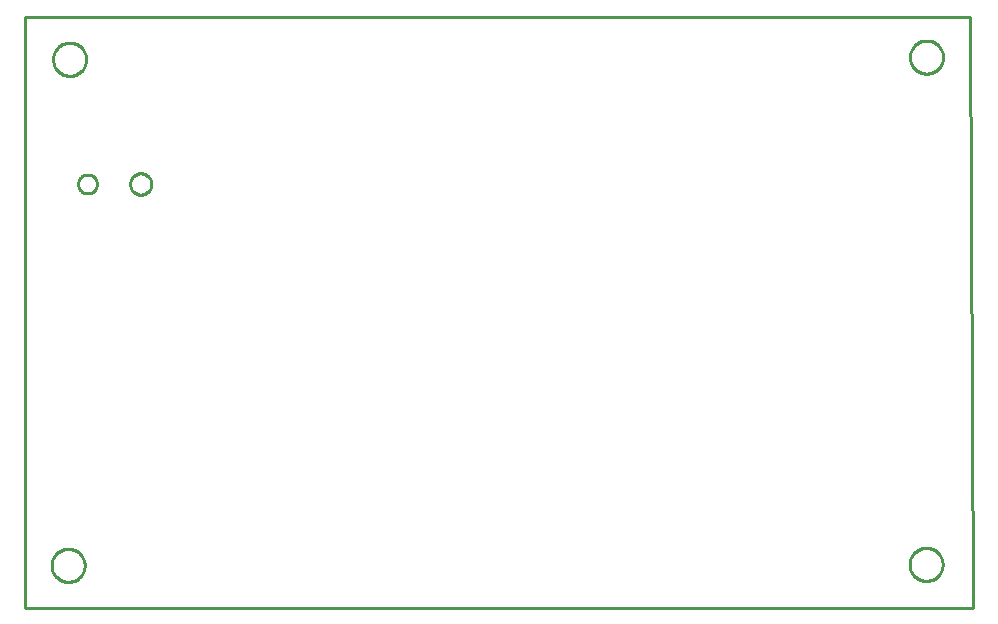
<source format=gbr>
G04 EAGLE Gerber RS-274X export*
G75*
%MOMM*%
%FSLAX34Y34*%
%LPD*%
%IN*%
%IPPOS*%
%AMOC8*
5,1,8,0,0,1.08239X$1,22.5*%
G01*
%ADD10C,0.254000*%


D10*
X0Y0D02*
X802640Y0D01*
X800100Y500380D01*
X0Y500380D01*
X0Y0D01*
X51592Y463812D02*
X51521Y462815D01*
X51378Y461825D01*
X51166Y460848D01*
X50884Y459888D01*
X50535Y458951D01*
X50119Y458041D01*
X49640Y457164D01*
X49099Y456322D01*
X48500Y455522D01*
X47845Y454766D01*
X47138Y454059D01*
X46382Y453404D01*
X45582Y452805D01*
X44740Y452264D01*
X43863Y451785D01*
X42953Y451369D01*
X42016Y451020D01*
X41057Y450738D01*
X40079Y450526D01*
X39090Y450383D01*
X38092Y450312D01*
X37092Y450312D01*
X36095Y450383D01*
X35105Y450526D01*
X34128Y450738D01*
X33168Y451020D01*
X32231Y451369D01*
X31321Y451785D01*
X30444Y452264D01*
X29602Y452805D01*
X28802Y453404D01*
X28046Y454059D01*
X27339Y454766D01*
X26684Y455522D01*
X26085Y456322D01*
X25544Y457164D01*
X25065Y458041D01*
X24649Y458951D01*
X24300Y459888D01*
X24018Y460848D01*
X23806Y461825D01*
X23663Y462815D01*
X23592Y463812D01*
X23592Y464812D01*
X23663Y465810D01*
X23806Y466799D01*
X24018Y467777D01*
X24300Y468736D01*
X24649Y469673D01*
X25065Y470583D01*
X25544Y471460D01*
X26085Y472302D01*
X26684Y473102D01*
X27339Y473858D01*
X28046Y474565D01*
X28802Y475220D01*
X29602Y475819D01*
X30444Y476360D01*
X31321Y476839D01*
X32231Y477255D01*
X33168Y477604D01*
X34128Y477886D01*
X35105Y478098D01*
X36095Y478241D01*
X37092Y478312D01*
X38092Y478312D01*
X39090Y478241D01*
X40079Y478098D01*
X41057Y477886D01*
X42016Y477604D01*
X42953Y477255D01*
X43863Y476839D01*
X44740Y476360D01*
X45582Y475819D01*
X46382Y475220D01*
X47138Y474565D01*
X47845Y473858D01*
X48500Y473102D01*
X49099Y472302D01*
X49640Y471460D01*
X50119Y470583D01*
X50535Y469673D01*
X50884Y468736D01*
X51166Y467777D01*
X51378Y466799D01*
X51521Y465810D01*
X51592Y464812D01*
X51592Y463812D01*
X777016Y465590D02*
X776945Y464593D01*
X776802Y463603D01*
X776590Y462626D01*
X776308Y461666D01*
X775959Y460729D01*
X775543Y459819D01*
X775064Y458942D01*
X774523Y458100D01*
X773924Y457300D01*
X773269Y456544D01*
X772562Y455837D01*
X771806Y455182D01*
X771006Y454583D01*
X770164Y454042D01*
X769287Y453563D01*
X768377Y453147D01*
X767440Y452798D01*
X766481Y452516D01*
X765503Y452304D01*
X764514Y452161D01*
X763516Y452090D01*
X762516Y452090D01*
X761519Y452161D01*
X760529Y452304D01*
X759552Y452516D01*
X758592Y452798D01*
X757655Y453147D01*
X756745Y453563D01*
X755868Y454042D01*
X755026Y454583D01*
X754226Y455182D01*
X753470Y455837D01*
X752763Y456544D01*
X752108Y457300D01*
X751509Y458100D01*
X750968Y458942D01*
X750489Y459819D01*
X750073Y460729D01*
X749724Y461666D01*
X749442Y462626D01*
X749230Y463603D01*
X749087Y464593D01*
X749016Y465590D01*
X749016Y466590D01*
X749087Y467588D01*
X749230Y468577D01*
X749442Y469555D01*
X749724Y470514D01*
X750073Y471451D01*
X750489Y472361D01*
X750968Y473238D01*
X751509Y474080D01*
X752108Y474880D01*
X752763Y475636D01*
X753470Y476343D01*
X754226Y476998D01*
X755026Y477597D01*
X755868Y478138D01*
X756745Y478617D01*
X757655Y479033D01*
X758592Y479382D01*
X759552Y479664D01*
X760529Y479876D01*
X761519Y480019D01*
X762516Y480090D01*
X763516Y480090D01*
X764514Y480019D01*
X765503Y479876D01*
X766481Y479664D01*
X767440Y479382D01*
X768377Y479033D01*
X769287Y478617D01*
X770164Y478138D01*
X771006Y477597D01*
X771806Y476998D01*
X772562Y476343D01*
X773269Y475636D01*
X773924Y474880D01*
X774523Y474080D01*
X775064Y473238D01*
X775543Y472361D01*
X775959Y471451D01*
X776308Y470514D01*
X776590Y469555D01*
X776802Y468577D01*
X776945Y467588D01*
X777016Y466590D01*
X777016Y465590D01*
X50322Y35314D02*
X50251Y34317D01*
X50108Y33327D01*
X49896Y32350D01*
X49614Y31390D01*
X49265Y30453D01*
X48849Y29543D01*
X48370Y28666D01*
X47829Y27824D01*
X47230Y27024D01*
X46575Y26268D01*
X45868Y25561D01*
X45112Y24906D01*
X44312Y24307D01*
X43470Y23766D01*
X42593Y23287D01*
X41683Y22871D01*
X40746Y22522D01*
X39787Y22240D01*
X38809Y22028D01*
X37820Y21885D01*
X36822Y21814D01*
X35822Y21814D01*
X34825Y21885D01*
X33835Y22028D01*
X32858Y22240D01*
X31898Y22522D01*
X30961Y22871D01*
X30051Y23287D01*
X29174Y23766D01*
X28332Y24307D01*
X27532Y24906D01*
X26776Y25561D01*
X26069Y26268D01*
X25414Y27024D01*
X24815Y27824D01*
X24274Y28666D01*
X23795Y29543D01*
X23379Y30453D01*
X23030Y31390D01*
X22748Y32350D01*
X22536Y33327D01*
X22393Y34317D01*
X22322Y35314D01*
X22322Y36314D01*
X22393Y37312D01*
X22536Y38301D01*
X22748Y39279D01*
X23030Y40238D01*
X23379Y41175D01*
X23795Y42085D01*
X24274Y42962D01*
X24815Y43804D01*
X25414Y44604D01*
X26069Y45360D01*
X26776Y46067D01*
X27532Y46722D01*
X28332Y47321D01*
X29174Y47862D01*
X30051Y48341D01*
X30961Y48757D01*
X31898Y49106D01*
X32858Y49388D01*
X33835Y49600D01*
X34825Y49743D01*
X35822Y49814D01*
X36822Y49814D01*
X37820Y49743D01*
X38809Y49600D01*
X39787Y49388D01*
X40746Y49106D01*
X41683Y48757D01*
X42593Y48341D01*
X43470Y47862D01*
X44312Y47321D01*
X45112Y46722D01*
X45868Y46067D01*
X46575Y45360D01*
X47230Y44604D01*
X47829Y43804D01*
X48370Y42962D01*
X48849Y42085D01*
X49265Y41175D01*
X49614Y40238D01*
X49896Y39279D01*
X50108Y38301D01*
X50251Y37312D01*
X50322Y36314D01*
X50322Y35314D01*
X776762Y36076D02*
X776691Y35079D01*
X776548Y34089D01*
X776336Y33112D01*
X776054Y32152D01*
X775705Y31215D01*
X775289Y30305D01*
X774810Y29428D01*
X774269Y28586D01*
X773670Y27786D01*
X773015Y27030D01*
X772308Y26323D01*
X771552Y25668D01*
X770752Y25069D01*
X769910Y24528D01*
X769033Y24049D01*
X768123Y23633D01*
X767186Y23284D01*
X766227Y23002D01*
X765249Y22790D01*
X764260Y22647D01*
X763262Y22576D01*
X762262Y22576D01*
X761265Y22647D01*
X760275Y22790D01*
X759298Y23002D01*
X758338Y23284D01*
X757401Y23633D01*
X756491Y24049D01*
X755614Y24528D01*
X754772Y25069D01*
X753972Y25668D01*
X753216Y26323D01*
X752509Y27030D01*
X751854Y27786D01*
X751255Y28586D01*
X750714Y29428D01*
X750235Y30305D01*
X749819Y31215D01*
X749470Y32152D01*
X749188Y33112D01*
X748976Y34089D01*
X748833Y35079D01*
X748762Y36076D01*
X748762Y37076D01*
X748833Y38074D01*
X748976Y39063D01*
X749188Y40041D01*
X749470Y41000D01*
X749819Y41937D01*
X750235Y42847D01*
X750714Y43724D01*
X751255Y44566D01*
X751854Y45366D01*
X752509Y46122D01*
X753216Y46829D01*
X753972Y47484D01*
X754772Y48083D01*
X755614Y48624D01*
X756491Y49103D01*
X757401Y49519D01*
X758338Y49868D01*
X759298Y50150D01*
X760275Y50362D01*
X761265Y50505D01*
X762262Y50576D01*
X763262Y50576D01*
X764260Y50505D01*
X765249Y50362D01*
X766227Y50150D01*
X767186Y49868D01*
X768123Y49519D01*
X769033Y49103D01*
X769910Y48624D01*
X770752Y48083D01*
X771552Y47484D01*
X772308Y46829D01*
X773015Y46122D01*
X773670Y45366D01*
X774269Y44566D01*
X774810Y43724D01*
X775289Y42847D01*
X775705Y41937D01*
X776054Y41000D01*
X776336Y40041D01*
X776548Y39063D01*
X776691Y38074D01*
X776762Y37076D01*
X776762Y36076D01*
X97307Y349648D02*
X96524Y349717D01*
X95750Y349853D01*
X94991Y350056D01*
X94253Y350325D01*
X93540Y350657D01*
X92860Y351050D01*
X92216Y351501D01*
X91614Y352006D01*
X91058Y352562D01*
X90553Y353164D01*
X90102Y353808D01*
X89709Y354488D01*
X89377Y355201D01*
X89108Y355939D01*
X88905Y356698D01*
X88769Y357472D01*
X88700Y358255D01*
X88700Y359041D01*
X88769Y359824D01*
X88905Y360598D01*
X89108Y361357D01*
X89377Y362095D01*
X89709Y362808D01*
X90102Y363488D01*
X90553Y364132D01*
X91058Y364734D01*
X91614Y365290D01*
X92216Y365795D01*
X92860Y366246D01*
X93540Y366639D01*
X94253Y366971D01*
X94991Y367240D01*
X95750Y367443D01*
X96524Y367580D01*
X97307Y367648D01*
X98093Y367648D01*
X98876Y367580D01*
X99650Y367443D01*
X100409Y367240D01*
X101147Y366971D01*
X101860Y366639D01*
X102540Y366246D01*
X103184Y365795D01*
X103786Y365290D01*
X104342Y364734D01*
X104847Y364132D01*
X105298Y363488D01*
X105691Y362808D01*
X106023Y362095D01*
X106292Y361357D01*
X106495Y360598D01*
X106632Y359824D01*
X106700Y359041D01*
X106700Y358255D01*
X106632Y357472D01*
X106495Y356698D01*
X106292Y355939D01*
X106023Y355201D01*
X105691Y354488D01*
X105298Y353808D01*
X104847Y353164D01*
X104342Y352562D01*
X103786Y352006D01*
X103184Y351501D01*
X102540Y351050D01*
X101860Y350657D01*
X101147Y350325D01*
X100409Y350056D01*
X99650Y349853D01*
X98876Y349717D01*
X98093Y349648D01*
X97307Y349648D01*
X52307Y350648D02*
X51525Y350725D01*
X50754Y350878D01*
X50002Y351107D01*
X49275Y351407D01*
X48582Y351778D01*
X47929Y352215D01*
X47321Y352713D01*
X46765Y353269D01*
X46267Y353877D01*
X45830Y354530D01*
X45459Y355223D01*
X45159Y355950D01*
X44930Y356702D01*
X44777Y357473D01*
X44700Y358255D01*
X44700Y359041D01*
X44777Y359823D01*
X44930Y360594D01*
X45159Y361346D01*
X45459Y362073D01*
X45830Y362766D01*
X46267Y363419D01*
X46765Y364027D01*
X47321Y364583D01*
X47929Y365081D01*
X48582Y365518D01*
X49275Y365889D01*
X50002Y366189D01*
X50754Y366418D01*
X51525Y366571D01*
X52307Y366648D01*
X53093Y366648D01*
X53875Y366571D01*
X54646Y366418D01*
X55398Y366189D01*
X56125Y365889D01*
X56818Y365518D01*
X57471Y365081D01*
X58079Y364583D01*
X58635Y364027D01*
X59133Y363419D01*
X59570Y362766D01*
X59941Y362073D01*
X60241Y361346D01*
X60470Y360594D01*
X60623Y359823D01*
X60700Y359041D01*
X60700Y358255D01*
X60623Y357473D01*
X60470Y356702D01*
X60241Y355950D01*
X59941Y355223D01*
X59570Y354530D01*
X59133Y353877D01*
X58635Y353269D01*
X58079Y352713D01*
X57471Y352215D01*
X56818Y351778D01*
X56125Y351407D01*
X55398Y351107D01*
X54646Y350878D01*
X53875Y350725D01*
X53093Y350648D01*
X52307Y350648D01*
M02*

</source>
